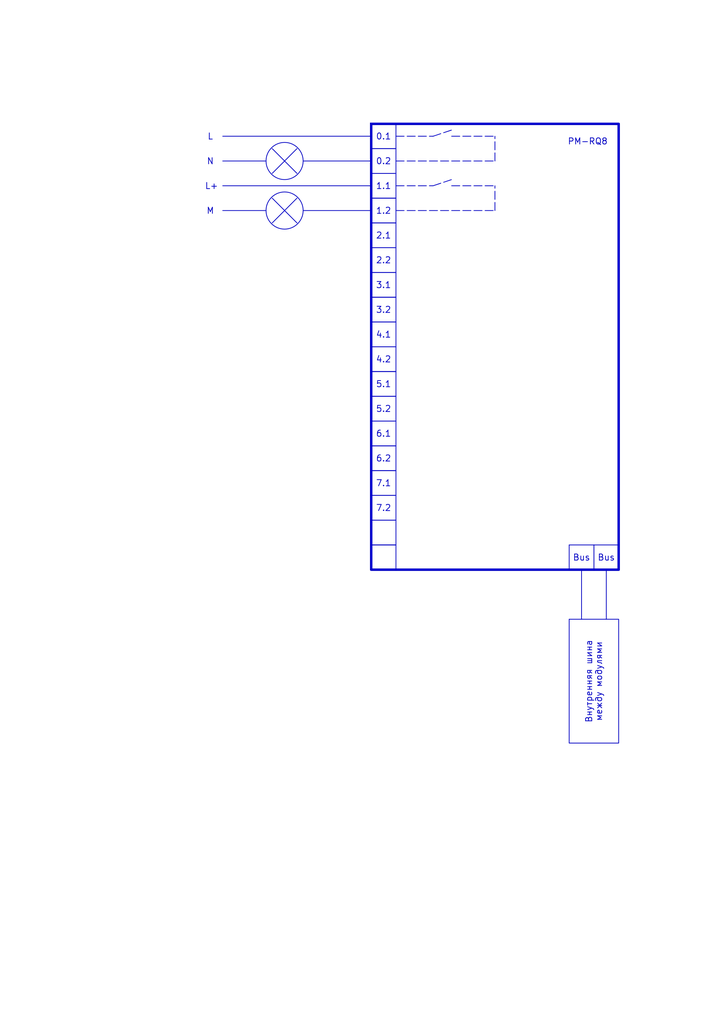
<source format=kicad_sch>
(kicad_sch
	(version 20231120)
	(generator "eeschema")
	(generator_version "8.0")
	(uuid "ca3e4e1c-051b-43f2-b963-08a976b836f1")
	(paper "A5" portrait)
	(title_block
		(title "Схема внешних подключений PM-RQ8")
		(date "2024-07-12")
		(comment 2 "Konstantin")
	)
	(lib_symbols)
	(polyline
		(pts
			(xy 55.88 30.48) (xy 60.96 35.56)
		)
		(stroke
			(width 0)
			(type default)
		)
		(uuid "0419e7cf-bbd2-432f-905b-aae3d10b22d0")
	)
	(polyline
		(pts
			(xy 88.9 38.1) (xy 92.71 36.83)
		)
		(stroke
			(width 0)
			(type dash)
		)
		(uuid "09f82a50-f848-4b69-87ab-52bee4422bf6")
	)
	(polyline
		(pts
			(xy 81.28 38.1) (xy 88.9 38.1)
		)
		(stroke
			(width 0)
			(type dash)
		)
		(uuid "129de7d2-d46b-4520-9e78-2751bb4edf72")
	)
	(polyline
		(pts
			(xy 101.6 33.02) (xy 101.6 27.94)
		)
		(stroke
			(width 0)
			(type dash)
		)
		(uuid "167415f8-5349-4bcf-b4bb-fe7795ea85a0")
	)
	(polyline
		(pts
			(xy 45.72 43.18) (xy 54.61 43.18)
		)
		(stroke
			(width 0)
			(type default)
		)
		(uuid "2e39697d-8ff2-4377-87e3-8481fd38f51d")
	)
	(polyline
		(pts
			(xy 81.28 27.94) (xy 88.9 27.94)
		)
		(stroke
			(width 0)
			(type dash)
		)
		(uuid "3626807d-3d13-43d3-a8bd-22c3e9bf3dcf")
	)
	(polyline
		(pts
			(xy 62.23 43.18) (xy 76.2 43.18)
		)
		(stroke
			(width 0)
			(type default)
		)
		(uuid "4adef9c6-2e45-432f-a672-6e5b5053fa30")
	)
	(polyline
		(pts
			(xy 45.72 33.02) (xy 54.61 33.02)
		)
		(stroke
			(width 0)
			(type default)
		)
		(uuid "5337f4f4-7bca-4f37-90c2-c75c4fe188a9")
	)
	(polyline
		(pts
			(xy 119.38 116.84) (xy 119.38 127)
		)
		(stroke
			(width 0)
			(type default)
		)
		(uuid "55774577-76a2-4e93-9a8c-85c4aa0aec1f")
	)
	(polyline
		(pts
			(xy 62.23 33.02) (xy 76.2 33.02)
		)
		(stroke
			(width 0)
			(type default)
		)
		(uuid "5ad9c3cb-a069-4835-b2e2-3e50df5907a5")
	)
	(polyline
		(pts
			(xy 55.88 40.64) (xy 60.96 45.72)
		)
		(stroke
			(width 0)
			(type default)
		)
		(uuid "5b4f6c5d-c00b-49c9-b8be-736dc42b2673")
	)
	(polyline
		(pts
			(xy 101.6 43.18) (xy 101.6 38.1)
		)
		(stroke
			(width 0)
			(type dash)
		)
		(uuid "6e8cb7f2-1c4c-4c7c-ae92-2636b94824f8")
	)
	(polyline
		(pts
			(xy 55.88 35.56) (xy 60.96 30.48)
		)
		(stroke
			(width 0)
			(type default)
		)
		(uuid "7054a94d-b353-4734-a946-3911f69d44d9")
	)
	(polyline
		(pts
			(xy 45.72 38.1) (xy 76.2 38.1)
		)
		(stroke
			(width 0)
			(type default)
		)
		(uuid "7b32c453-cfb4-44ba-beb6-47ecc448abbf")
	)
	(polyline
		(pts
			(xy 45.72 27.94) (xy 76.2 27.94)
		)
		(stroke
			(width 0)
			(type default)
		)
		(uuid "7df67289-4b2f-4fc7-a079-483429ea2c8d")
	)
	(polyline
		(pts
			(xy 92.71 38.1) (xy 101.6 38.1)
		)
		(stroke
			(width 0)
			(type dash)
		)
		(uuid "bd3ec490-9c48-40dc-9766-13ba07a009e5")
	)
	(polyline
		(pts
			(xy 124.46 116.84) (xy 124.46 127)
		)
		(stroke
			(width 0)
			(type default)
		)
		(uuid "ca54b0e9-edae-426b-8004-951516048ff2")
	)
	(polyline
		(pts
			(xy 55.88 45.72) (xy 60.96 40.64)
		)
		(stroke
			(width 0)
			(type default)
		)
		(uuid "d74fd6d3-33f6-4394-8c2a-40fe9f5d9ff1")
	)
	(polyline
		(pts
			(xy 81.28 33.02) (xy 101.6 33.02)
		)
		(stroke
			(width 0)
			(type dash)
		)
		(uuid "d8c8b69e-bda9-48f4-8f1c-83a053b40d4d")
	)
	(polyline
		(pts
			(xy 81.28 43.18) (xy 101.6 43.18)
		)
		(stroke
			(width 0)
			(type dash)
		)
		(uuid "da7d330e-056e-4454-a6eb-3b882fec2969")
	)
	(polyline
		(pts
			(xy 92.71 27.94) (xy 101.6 27.94)
		)
		(stroke
			(width 0)
			(type dash)
		)
		(uuid "db09aac3-536b-4aa6-adf4-b5febedcc7ad")
	)
	(polyline
		(pts
			(xy 88.9 27.94) (xy 92.71 26.67)
		)
		(stroke
			(width 0)
			(type dash)
		)
		(uuid "e34b476f-9618-46c2-b714-406ee2cdb846")
	)
	(rectangle
		(start 76.2 111.76)
		(end 81.28 116.84)
		(stroke
			(width 0)
			(type default)
		)
		(fill
			(type none)
		)
		(uuid 0e728aa0-d77a-4cd4-babd-13534ffaec3c)
	)
	(circle
		(center 58.42 43.18)
		(radius 3.81)
		(stroke
			(width 0)
			(type default)
		)
		(fill
			(type none)
		)
		(uuid 4e248f7b-b6dc-47a5-a40d-332b052c87cb)
	)
	(circle
		(center 58.42 33.02)
		(radius 3.81)
		(stroke
			(width 0)
			(type default)
		)
		(fill
			(type none)
		)
		(uuid 5c4eaacd-8b45-4ef3-beb4-411fd7b5eb3f)
	)
	(rectangle
		(start 76.2 25.4)
		(end 127 116.84)
		(stroke
			(width 0.5)
			(type default)
		)
		(fill
			(type none)
		)
		(uuid a7f01587-4004-41e2-a501-cff0b2f54dc6)
	)
	(rectangle
		(start 76.2 106.68)
		(end 81.28 111.76)
		(stroke
			(width 0)
			(type default)
		)
		(fill
			(type none)
		)
		(uuid edf879db-4bc7-4f6e-b607-98eb2b395215)
	)
	(text_box "2.2"
		(exclude_from_sim no)
		(at 76.2 50.8 0)
		(size 5.08 5.08)
		(stroke
			(width 0)
			(type default)
		)
		(fill
			(type none)
		)
		(effects
			(font
				(size 1.27 1.27)
			)
		)
		(uuid "048737db-b534-48ba-9321-74a3a4f736aa")
	)
	(text_box "Bus"
		(exclude_from_sim no)
		(at 121.92 111.76 0)
		(size 5.08 5.08)
		(stroke
			(width 0)
			(type default)
		)
		(fill
			(type none)
		)
		(effects
			(font
				(size 1.27 1.27)
			)
		)
		(uuid "41cc019d-f645-4afc-a392-f4761fa9c33b")
	)
	(text_box "5.1"
		(exclude_from_sim no)
		(at 76.2 76.2 0)
		(size 5.08 5.08)
		(stroke
			(width 0)
			(type default)
		)
		(fill
			(type none)
		)
		(effects
			(font
				(size 1.27 1.27)
			)
		)
		(uuid "42d8dab7-c728-40f3-9c06-abc583392a98")
	)
	(text_box "1.2"
		(exclude_from_sim no)
		(at 76.2 40.64 0)
		(size 5.08 5.08)
		(stroke
			(width 0)
			(type default)
		)
		(fill
			(type none)
		)
		(effects
			(font
				(size 1.27 1.27)
			)
		)
		(uuid "4d764e4c-2028-42ed-86d7-94b9f984f9a0")
	)
	(text_box "2.1"
		(exclude_from_sim no)
		(at 76.2 45.72 0)
		(size 5.08 5.08)
		(stroke
			(width 0)
			(type default)
		)
		(fill
			(type none)
		)
		(effects
			(font
				(size 1.27 1.27)
			)
		)
		(uuid "592aee43-0937-4431-a0c3-6b4b9c50a229")
	)
	(text_box "6.2"
		(exclude_from_sim no)
		(at 76.2 91.44 0)
		(size 5.08 5.08)
		(stroke
			(width 0)
			(type default)
		)
		(fill
			(type none)
		)
		(effects
			(font
				(size 1.27 1.27)
			)
		)
		(uuid "5f8293e3-652d-479b-9577-69b4205de4b3")
	)
	(text_box "4.1"
		(exclude_from_sim no)
		(at 76.2 66.04 0)
		(size 5.08 5.08)
		(stroke
			(width 0)
			(type default)
		)
		(fill
			(type none)
		)
		(effects
			(font
				(size 1.27 1.27)
			)
		)
		(uuid "6eebe3db-58ed-4155-8a16-2d367fa3a89a")
	)
	(text_box "0.2"
		(exclude_from_sim no)
		(at 76.2 30.48 0)
		(size 5.08 5.08)
		(stroke
			(width 0)
			(type default)
		)
		(fill
			(type none)
		)
		(effects
			(font
				(size 1.27 1.27)
			)
		)
		(uuid "8c96a05f-228d-4293-8c95-020e2b457597")
	)
	(text_box "5.2"
		(exclude_from_sim no)
		(at 76.2 81.28 0)
		(size 5.08 5.08)
		(stroke
			(width 0)
			(type default)
		)
		(fill
			(type none)
		)
		(effects
			(font
				(size 1.27 1.27)
			)
		)
		(uuid "9707f12d-c11a-446e-8c04-f4551771f483")
	)
	(text_box "4.2"
		(exclude_from_sim no)
		(at 76.2 71.12 0)
		(size 5.08 5.08)
		(stroke
			(width 0)
			(type default)
		)
		(fill
			(type none)
		)
		(effects
			(font
				(size 1.27 1.27)
			)
		)
		(uuid "a160b928-1639-49fd-b2dd-307c194f0453")
	)
	(text_box "0.1"
		(exclude_from_sim no)
		(at 76.2 25.4 0)
		(size 5.08 5.08)
		(stroke
			(width 0)
			(type default)
		)
		(fill
			(type none)
		)
		(effects
			(font
				(size 1.27 1.27)
			)
		)
		(uuid "a62ea8fe-3081-47d1-93a2-e125b4bcbad6")
	)
	(text_box "3.1"
		(exclude_from_sim no)
		(at 76.2 55.88 0)
		(size 5.08 5.08)
		(stroke
			(width 0)
			(type default)
		)
		(fill
			(type none)
		)
		(effects
			(font
				(size 1.27 1.27)
			)
		)
		(uuid "a7406e28-4942-44d9-8ef2-563e42b0d0fc")
	)
	(text_box "Bus"
		(exclude_from_sim no)
		(at 116.84 111.76 0)
		(size 5.08 5.08)
		(stroke
			(width 0)
			(type default)
		)
		(fill
			(type none)
		)
		(effects
			(font
				(size 1.27 1.27)
			)
		)
		(uuid "c5081877-03c0-4048-9e65-d52e97cce507")
	)
	(text_box "Внутренняя шина между модулями"
		(exclude_from_sim no)
		(at 116.84 127 90)
		(size 10.16 25.4)
		(stroke
			(width 0)
			(type default)
		)
		(fill
			(type none)
		)
		(effects
			(font
				(size 1.27 1.27)
			)
		)
		(uuid "c87b86f0-fdde-431a-a815-61ffab0cf775")
	)
	(text_box "7.2"
		(exclude_from_sim no)
		(at 76.2 101.6 0)
		(size 5.08 5.08)
		(stroke
			(width 0)
			(type default)
		)
		(fill
			(type none)
		)
		(effects
			(font
				(size 1.27 1.27)
			)
		)
		(uuid "d2ddc6d2-bae4-4a1a-9867-935458720842")
	)
	(text_box "7.1"
		(exclude_from_sim no)
		(at 76.2 96.52 0)
		(size 5.08 5.08)
		(stroke
			(width 0)
			(type default)
		)
		(fill
			(type none)
		)
		(effects
			(font
				(size 1.27 1.27)
			)
		)
		(uuid "d9eaf8aa-7067-4045-84fc-3d9e105e9af8")
	)
	(text_box "1.1"
		(exclude_from_sim no)
		(at 76.2 35.56 0)
		(size 5.08 5.08)
		(stroke
			(width 0)
			(type default)
		)
		(fill
			(type none)
		)
		(effects
			(font
				(size 1.27 1.27)
			)
		)
		(uuid "df4d99da-04b4-4e33-9d9c-e0a33653f67a")
	)
	(text_box "6.1"
		(exclude_from_sim no)
		(at 76.2 86.36 0)
		(size 5.08 5.08)
		(stroke
			(width 0)
			(type default)
		)
		(fill
			(type none)
		)
		(effects
			(font
				(size 1.27 1.27)
			)
		)
		(uuid "f00da900-7147-4aa7-b37b-8d1fe3157b1b")
	)
	(text_box "3.2"
		(exclude_from_sim no)
		(at 76.2 60.96 0)
		(size 5.08 5.08)
		(stroke
			(width 0)
			(type default)
		)
		(fill
			(type none)
		)
		(effects
			(font
				(size 1.27 1.27)
			)
		)
		(uuid "f3665cd2-02de-46b4-8741-42550d5ab9e0")
	)
	(text "N"
		(exclude_from_sim no)
		(at 43.18 33.274 0)
		(effects
			(font
				(size 1.27 1.27)
			)
		)
		(uuid "3f3c7e25-0be3-40f4-9279-3f60df075acf")
	)
	(text "L+"
		(exclude_from_sim no)
		(at 43.434 38.354 0)
		(effects
			(font
				(size 1.27 1.27)
			)
		)
		(uuid "72ff8a9b-7874-4ff3-b993-a429b6115a5c")
	)
	(text "M"
		(exclude_from_sim no)
		(at 43.18 43.434 0)
		(effects
			(font
				(size 1.27 1.27)
			)
		)
		(uuid "7a3bc196-727c-41a2-922e-bf0e6bf61af0")
	)
	(text "L"
		(exclude_from_sim no)
		(at 43.18 28.194 0)
		(effects
			(font
				(size 1.27 1.27)
			)
		)
		(uuid "a84a9852-bd23-4261-b7be-fa43cb836fe8")
	)
	(text "PM-RQ8"
		(exclude_from_sim no)
		(at 120.65 29.21 0)
		(effects
			(font
				(size 1.27 1.27)
			)
		)
		(uuid "be152c5b-c37d-446e-bc50-410cb52250b2")
	)
)

</source>
